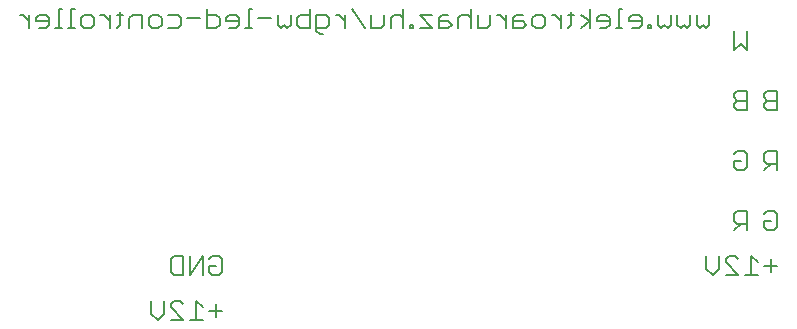
<source format=gbo>
G75*
G70*
%OFA0B0*%
%FSLAX24Y24*%
%IPPOS*%
%LPD*%
%AMOC8*
5,1,8,0,0,1.08239X$1,22.5*
%
%ADD10C,0.0060*%
D10*
X003885Y002675D02*
X003671Y002889D01*
X003671Y003316D01*
X004098Y003316D02*
X004098Y002889D01*
X003885Y002675D01*
X004316Y002675D02*
X004743Y002675D01*
X004316Y003102D01*
X004316Y003209D01*
X004423Y003316D01*
X004636Y003316D01*
X004743Y003209D01*
X005174Y003316D02*
X005174Y002675D01*
X005387Y002675D02*
X004960Y002675D01*
X005605Y002996D02*
X006032Y002996D01*
X005818Y003209D02*
X005818Y002782D01*
X005387Y003102D02*
X005174Y003316D01*
X005387Y004175D02*
X005387Y004816D01*
X004960Y004175D01*
X004960Y004816D01*
X004743Y004816D02*
X004423Y004816D01*
X004316Y004709D01*
X004316Y004282D01*
X004423Y004175D01*
X004743Y004175D01*
X004743Y004816D01*
X005605Y004709D02*
X005712Y004816D01*
X005925Y004816D01*
X006032Y004709D01*
X006032Y004282D01*
X005925Y004175D01*
X005712Y004175D01*
X005605Y004282D01*
X005605Y004496D01*
X005818Y004496D01*
X009286Y012212D02*
X009179Y012318D01*
X009179Y012852D01*
X009499Y012852D01*
X009606Y012746D01*
X009606Y012532D01*
X009499Y012425D01*
X009179Y012425D01*
X008961Y012425D02*
X008641Y012425D01*
X008534Y012532D01*
X008534Y012746D01*
X008641Y012852D01*
X008961Y012852D01*
X008961Y013066D02*
X008961Y012425D01*
X009286Y012212D02*
X009392Y012212D01*
X010143Y012425D02*
X010143Y012852D01*
X010143Y012639D02*
X009929Y012852D01*
X009823Y012852D01*
X010361Y013066D02*
X010788Y012425D01*
X011005Y012425D02*
X011005Y012852D01*
X011432Y012852D02*
X011432Y012532D01*
X011325Y012425D01*
X011005Y012425D01*
X011650Y012425D02*
X011650Y012746D01*
X011756Y012852D01*
X011970Y012852D01*
X012077Y012746D01*
X012292Y012532D02*
X012292Y012425D01*
X012399Y012425D01*
X012399Y012532D01*
X012292Y012532D01*
X012077Y012425D02*
X012077Y013066D01*
X012616Y012852D02*
X013043Y012425D01*
X012616Y012425D01*
X013261Y012425D02*
X013261Y012746D01*
X013368Y012852D01*
X013581Y012852D01*
X013581Y012639D02*
X013261Y012639D01*
X013043Y012852D02*
X012616Y012852D01*
X013261Y012425D02*
X013581Y012425D01*
X013688Y012532D01*
X013581Y012639D01*
X013906Y012746D02*
X013906Y012425D01*
X014333Y012425D02*
X014333Y013066D01*
X014226Y012852D02*
X014012Y012852D01*
X013906Y012746D01*
X014226Y012852D02*
X014333Y012746D01*
X014550Y012852D02*
X014550Y012425D01*
X014870Y012425D01*
X014977Y012532D01*
X014977Y012852D01*
X015194Y012852D02*
X015301Y012852D01*
X015514Y012639D01*
X015514Y012852D02*
X015514Y012425D01*
X015732Y012425D02*
X016052Y012425D01*
X016159Y012532D01*
X016052Y012639D01*
X015732Y012639D01*
X015732Y012746D02*
X015732Y012425D01*
X015732Y012746D02*
X015839Y012852D01*
X016052Y012852D01*
X016376Y012746D02*
X016483Y012852D01*
X016697Y012852D01*
X016803Y012746D01*
X016803Y012532D01*
X016697Y012425D01*
X016483Y012425D01*
X016376Y012532D01*
X016376Y012746D01*
X017020Y012852D02*
X017127Y012852D01*
X017340Y012639D01*
X017340Y012852D02*
X017340Y012425D01*
X017557Y012425D02*
X017663Y012532D01*
X017663Y012959D01*
X017557Y012852D02*
X017770Y012852D01*
X017987Y012852D02*
X018307Y012639D01*
X017987Y012425D01*
X018307Y012425D02*
X018307Y013066D01*
X018525Y012746D02*
X018632Y012852D01*
X018845Y012852D01*
X018952Y012746D01*
X018952Y012532D01*
X018845Y012425D01*
X018632Y012425D01*
X018525Y012639D02*
X018952Y012639D01*
X018525Y012639D02*
X018525Y012746D01*
X019168Y012425D02*
X019382Y012425D01*
X019275Y012425D02*
X019275Y013066D01*
X019382Y013066D01*
X019599Y012746D02*
X019706Y012852D01*
X019919Y012852D01*
X020026Y012746D01*
X020026Y012532D01*
X019919Y012425D01*
X019706Y012425D01*
X019599Y012639D02*
X020026Y012639D01*
X020242Y012532D02*
X020242Y012425D01*
X020348Y012425D01*
X020348Y012532D01*
X020242Y012532D01*
X020566Y012532D02*
X020566Y012852D01*
X020566Y012532D02*
X020673Y012425D01*
X020779Y012532D01*
X020886Y012425D01*
X020993Y012532D01*
X020993Y012852D01*
X021210Y012852D02*
X021210Y012532D01*
X021317Y012425D01*
X021424Y012532D01*
X021531Y012425D01*
X021637Y012532D01*
X021637Y012852D01*
X021855Y012852D02*
X021855Y012532D01*
X021962Y012425D01*
X022068Y012532D01*
X022175Y012425D01*
X022282Y012532D01*
X022282Y012852D01*
X023105Y012316D02*
X023105Y011675D01*
X023318Y011889D01*
X023532Y011675D01*
X023532Y012316D01*
X023532Y010316D02*
X023212Y010316D01*
X023105Y010209D01*
X023105Y010102D01*
X023212Y009996D01*
X023532Y009996D01*
X023212Y009996D02*
X023105Y009889D01*
X023105Y009782D01*
X023212Y009675D01*
X023532Y009675D01*
X023532Y010316D01*
X024105Y010209D02*
X024105Y010102D01*
X024212Y009996D01*
X024532Y009996D01*
X024212Y009996D02*
X024105Y009889D01*
X024105Y009782D01*
X024212Y009675D01*
X024532Y009675D01*
X024532Y010316D01*
X024212Y010316D01*
X024105Y010209D01*
X024212Y008316D02*
X024105Y008209D01*
X024105Y007996D01*
X024212Y007889D01*
X024532Y007889D01*
X024318Y007889D02*
X024105Y007675D01*
X024532Y007675D02*
X024532Y008316D01*
X024212Y008316D01*
X023532Y008209D02*
X023532Y007782D01*
X023425Y007675D01*
X023212Y007675D01*
X023105Y007782D01*
X023105Y007996D01*
X023318Y007996D01*
X023105Y008209D02*
X023212Y008316D01*
X023425Y008316D01*
X023532Y008209D01*
X023532Y006316D02*
X023212Y006316D01*
X023105Y006209D01*
X023105Y005996D01*
X023212Y005889D01*
X023532Y005889D01*
X023318Y005889D02*
X023105Y005675D01*
X023532Y005675D02*
X023532Y006316D01*
X024105Y006209D02*
X024212Y006316D01*
X024425Y006316D01*
X024532Y006209D01*
X024532Y005782D01*
X024425Y005675D01*
X024212Y005675D01*
X024105Y005782D01*
X024105Y005996D01*
X024318Y005996D01*
X023674Y004816D02*
X023674Y004175D01*
X023887Y004175D02*
X023460Y004175D01*
X023243Y004175D02*
X022816Y004602D01*
X022816Y004709D01*
X022923Y004816D01*
X023136Y004816D01*
X023243Y004709D01*
X023674Y004816D02*
X023887Y004602D01*
X024105Y004496D02*
X024532Y004496D01*
X024318Y004709D02*
X024318Y004282D01*
X023243Y004175D02*
X022816Y004175D01*
X022598Y004389D02*
X022385Y004175D01*
X022171Y004389D01*
X022171Y004816D01*
X022598Y004816D02*
X022598Y004389D01*
X008317Y012532D02*
X008210Y012425D01*
X008103Y012532D01*
X007996Y012425D01*
X007890Y012532D01*
X007890Y012852D01*
X007672Y012746D02*
X007245Y012746D01*
X007028Y012425D02*
X006814Y012425D01*
X006921Y012425D02*
X006921Y013066D01*
X007028Y013066D01*
X006598Y012746D02*
X006491Y012852D01*
X006278Y012852D01*
X006171Y012746D01*
X006171Y012639D01*
X006598Y012639D01*
X006598Y012532D02*
X006598Y012746D01*
X006598Y012532D02*
X006491Y012425D01*
X006278Y012425D01*
X005953Y012532D02*
X005953Y012746D01*
X005847Y012852D01*
X005526Y012852D01*
X005309Y012746D02*
X004882Y012746D01*
X004664Y012746D02*
X004664Y012532D01*
X004558Y012425D01*
X004237Y012425D01*
X004020Y012532D02*
X003913Y012425D01*
X003699Y012425D01*
X003593Y012532D01*
X003593Y012746D01*
X003699Y012852D01*
X003913Y012852D01*
X004020Y012746D01*
X004020Y012532D01*
X004237Y012852D02*
X004558Y012852D01*
X004664Y012746D01*
X005526Y013066D02*
X005526Y012425D01*
X005847Y012425D01*
X005953Y012532D01*
X008317Y012532D02*
X008317Y012852D01*
X003375Y012852D02*
X003375Y012425D01*
X002948Y012425D02*
X002948Y012746D01*
X003055Y012852D01*
X003375Y012852D01*
X002731Y012852D02*
X002517Y012852D01*
X002624Y012959D02*
X002624Y012532D01*
X002517Y012425D01*
X002301Y012425D02*
X002301Y012852D01*
X002301Y012639D02*
X002087Y012852D01*
X001981Y012852D01*
X001764Y012746D02*
X001764Y012532D01*
X001657Y012425D01*
X001444Y012425D01*
X001337Y012532D01*
X001337Y012746D01*
X001444Y012852D01*
X001657Y012852D01*
X001764Y012746D01*
X001119Y013066D02*
X001013Y013066D01*
X001013Y012425D01*
X001119Y012425D02*
X000906Y012425D01*
X000690Y012425D02*
X000476Y012425D01*
X000583Y012425D02*
X000583Y013066D01*
X000690Y013066D01*
X000260Y012746D02*
X000153Y012852D01*
X-000060Y012852D01*
X-000167Y012746D01*
X-000167Y012639D01*
X000260Y012639D01*
X000260Y012532D02*
X000260Y012746D01*
X000260Y012532D02*
X000153Y012425D01*
X-000060Y012425D01*
X-000385Y012425D02*
X-000385Y012852D01*
X-000598Y012852D02*
X-000705Y012852D01*
X-000598Y012852D02*
X-000385Y012639D01*
X019599Y012746D02*
X019599Y012639D01*
M02*

</source>
